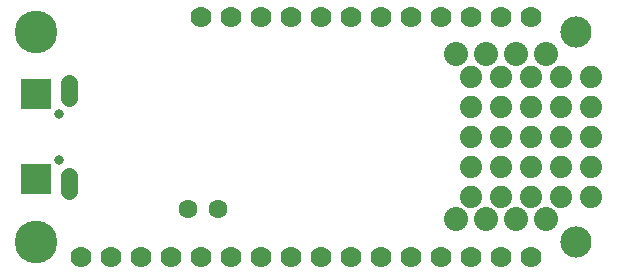
<source format=gbr>
G04 EAGLE Gerber RS-274X export*
G75*
%MOMM*%
%FSLAX34Y34*%
%LPD*%
%INSoldermask Bottom*%
%IPPOS*%
%AMOC8*
5,1,8,0,0,1.08239X$1,22.5*%
G01*
%ADD10C,2.641600*%
%ADD11C,3.617600*%
%ADD12C,0.801600*%
%ADD13R,2.601600X2.601600*%
%ADD14C,1.409600*%
%ADD15C,1.778000*%
%ADD16C,1.601600*%
%ADD17C,2.032000*%
%ADD18C,1.879600*%


D10*
X482600Y203200D03*
X482600Y25400D03*
D11*
X25400Y203200D03*
X25400Y25400D03*
D12*
X44450Y133800D03*
X44450Y94800D03*
D13*
X25450Y78300D03*
X25450Y150300D03*
D14*
X53450Y147300D02*
X53450Y160380D01*
X53450Y81300D02*
X53450Y68220D01*
D15*
X444500Y12700D03*
X419100Y12700D03*
X393700Y12700D03*
X368300Y12700D03*
X342900Y12700D03*
X317500Y12700D03*
X292100Y12700D03*
X266700Y12700D03*
X241300Y12700D03*
X215900Y12700D03*
X190500Y12700D03*
X165100Y12700D03*
X139700Y12700D03*
X114300Y12700D03*
X88900Y12700D03*
X63500Y12700D03*
X165100Y215900D03*
X190500Y215900D03*
X215900Y215900D03*
X241300Y215900D03*
X266700Y215900D03*
X292100Y215900D03*
X317500Y215900D03*
X342900Y215900D03*
X368300Y215900D03*
X393700Y215900D03*
X419100Y215900D03*
X444500Y215900D03*
D16*
X153670Y53340D03*
X179070Y53340D03*
D17*
X381000Y44450D03*
X406400Y44450D03*
X431800Y44450D03*
X457200Y44450D03*
X381000Y184150D03*
X406400Y184150D03*
X431800Y184150D03*
X457200Y184150D03*
D18*
X495300Y165100D03*
X495300Y139700D03*
X495300Y114300D03*
X495300Y88900D03*
X495300Y63500D03*
X469900Y63500D03*
X444500Y63500D03*
X419100Y63500D03*
X393700Y63500D03*
X393700Y165100D03*
X419100Y165100D03*
X444500Y165100D03*
X469900Y165100D03*
X469900Y139700D03*
X469900Y114300D03*
X444500Y114300D03*
X393700Y114300D03*
X419100Y114300D03*
X419100Y88900D03*
X393700Y88900D03*
X444500Y88900D03*
X469900Y88900D03*
X444500Y139700D03*
X419100Y139700D03*
X393700Y139700D03*
M02*

</source>
